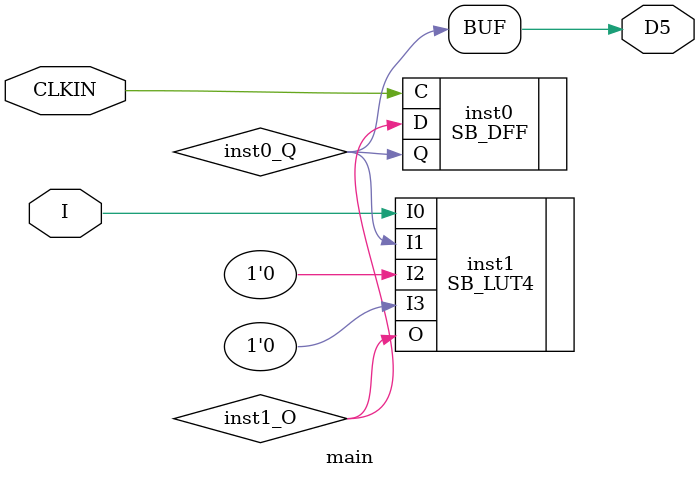
<source format=v>
module main (input  I, output  D5, input  CLKIN);
wire  inst0_Q;
wire  inst1_O;
SB_DFF inst0 (.C(CLKIN), .D(inst1_O), .Q(inst0_Q));
SB_LUT4 #(.LUT_INIT(16'h6666)) inst1 (.I0(I), .I1(inst0_Q), .I2(1'b0), .I3(1'b0), .O(inst1_O));
assign D5 = inst0_Q;
endmodule


</source>
